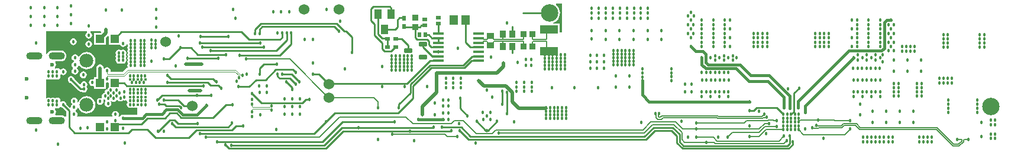
<source format=gbr>
%TF.GenerationSoftware,Altium Limited,Altium Designer,19.0.15 (446)*%
G04 Layer_Physical_Order=4*
G04 Layer_Color=6049555*
%FSLAX45Y45*%
%MOMM*%
%TF.FileFunction,Copper,L4,Bot,Signal*%
%TF.Part,Single*%
G01*
G75*
%TA.AperFunction,SMDPad,CuDef*%
%ADD12R,0.60000X0.75000*%
%ADD13R,0.64000X0.60000*%
%ADD14R,0.60000X0.64000*%
%ADD15R,0.75000X0.60000*%
%ADD17R,0.85000X0.95000*%
%ADD21R,0.90000X1.00000*%
%ADD34R,0.95000X0.85000*%
%ADD39R,1.20000X1.20000*%
%ADD64R,1.00000X0.90000*%
%TA.AperFunction,NonConductor*%
%ADD80C,0.25400*%
%ADD81C,0.20320*%
%ADD82C,0.38100*%
%ADD83C,0.50800*%
%ADD86C,0.10564*%
%ADD87C,0.23066*%
%ADD88C,0.12700*%
%ADD89C,0.16962*%
%TA.AperFunction,ComponentPad*%
%ADD91C,0.40000*%
G04:AMPARAMS|DCode=92|XSize=1mm|YSize=2.3mm|CornerRadius=0.5mm|HoleSize=0mm|Usage=FLASHONLY|Rotation=270.000|XOffset=0mm|YOffset=0mm|HoleType=Round|Shape=RoundedRectangle|*
%AMROUNDEDRECTD92*
21,1,1.00000,1.30000,0,0,270.0*
21,1,0.00000,2.30000,0,0,270.0*
1,1,1.00000,-0.65000,0.00000*
1,1,1.00000,-0.65000,0.00000*
1,1,1.00000,0.65000,0.00000*
1,1,1.00000,0.65000,0.00000*
%
%ADD92ROUNDEDRECTD92*%
%ADD93C,1.52400*%
%ADD94C,0.45720*%
%TA.AperFunction,ViaPad*%
%ADD95C,2.50000*%
%ADD96C,1.52400*%
%ADD97C,1.98000*%
%ADD98C,0.60000*%
%ADD99C,0.45720*%
%TA.AperFunction,SMDPad,CuDef*%
G04:AMPARAMS|DCode=101|XSize=1.57mm|YSize=0.41mm|CornerRadius=0.05125mm|HoleSize=0mm|Usage=FLASHONLY|Rotation=0.000|XOffset=0mm|YOffset=0mm|HoleType=Round|Shape=RoundedRectangle|*
%AMROUNDEDRECTD101*
21,1,1.57000,0.30750,0,0,0.0*
21,1,1.46750,0.41000,0,0,0.0*
1,1,0.10250,0.73375,-0.15375*
1,1,0.10250,-0.73375,-0.15375*
1,1,0.10250,-0.73375,0.15375*
1,1,0.10250,0.73375,0.15375*
%
%ADD101ROUNDEDRECTD101*%
G04:AMPARAMS|DCode=102|XSize=1.23mm|YSize=0.6mm|CornerRadius=0.075mm|HoleSize=0mm|Usage=FLASHONLY|Rotation=180.000|XOffset=0mm|YOffset=0mm|HoleType=Round|Shape=RoundedRectangle|*
%AMROUNDEDRECTD102*
21,1,1.23000,0.45000,0,0,180.0*
21,1,1.08000,0.60000,0,0,180.0*
1,1,0.15000,-0.54000,0.22500*
1,1,0.15000,0.54000,0.22500*
1,1,0.15000,0.54000,-0.22500*
1,1,0.15000,-0.54000,-0.22500*
%
%ADD102ROUNDEDRECTD102*%
%ADD103R,1.00000X1.40000*%
%ADD104R,1.15000X1.35000*%
%ADD105R,2.50000X1.15000*%
G36*
X8857662Y2733512D02*
X8826559D01*
Y2863826D01*
X8734439D01*
X8732555Y2876526D01*
X8736989Y2877871D01*
X8763117Y2891836D01*
X8786018Y2910631D01*
X8804813Y2933533D01*
X8818778Y2959661D01*
X8827378Y2988011D01*
X8830282Y3017495D01*
X8827378Y3046978D01*
X8818778Y3075329D01*
X8804813Y3101457D01*
X8786018Y3124358D01*
X8771071Y3136625D01*
X8775615Y3149325D01*
X8857662D01*
Y2733512D01*
D02*
G37*
G36*
X2263025Y2738581D02*
X2257505Y2731675D01*
X2161775D01*
Y2560875D01*
X2332575D01*
Y2658425D01*
X2359075Y2684926D01*
X2371775Y2679665D01*
Y2560875D01*
X2533410D01*
X2533695Y2559445D01*
X2544361Y2543481D01*
X2560325Y2532815D01*
X2579155Y2529069D01*
X2597985Y2532815D01*
X2613948Y2543481D01*
X2624615Y2559445D01*
X2626118Y2567002D01*
X2639067D01*
X2642015Y2552182D01*
X2646734Y2545120D01*
X2642015Y2538057D01*
X2638269Y2519227D01*
X2642015Y2500397D01*
X2646734Y2493334D01*
X2642015Y2486271D01*
X2638269Y2467441D01*
X2642015Y2448611D01*
X2646734Y2441549D01*
X2642015Y2434486D01*
X2638269Y2415656D01*
X2642015Y2396826D01*
X2646734Y2389763D01*
X2642015Y2382700D01*
X2638269Y2363870D01*
X2642015Y2345040D01*
X2646734Y2337978D01*
X2642015Y2330915D01*
X2638269Y2312085D01*
X2642015Y2293255D01*
X2646734Y2286192D01*
X2642015Y2279129D01*
X2638269Y2260299D01*
X2642015Y2241469D01*
X2643228Y2239654D01*
X2636347Y2227092D01*
X2629321Y2225694D01*
X2619172Y2218913D01*
X2569399Y2169140D01*
X2406032D01*
X2397975Y2178957D01*
X2399180Y2185015D01*
X2395434Y2203845D01*
X2384768Y2219808D01*
X2368805Y2230475D01*
X2349974Y2234220D01*
X2331144Y2230475D01*
X2315181Y2219808D01*
X2311100Y2213700D01*
X2298400Y2217553D01*
Y2222148D01*
X2298970Y2225015D01*
X2295027Y2244836D01*
X2283800Y2261639D01*
X2266996Y2272867D01*
X2247175Y2276810D01*
X2227354Y2272867D01*
X2210550Y2261639D01*
X2209980Y2261069D01*
X2198752Y2244266D01*
X2194809Y2224444D01*
Y2094175D01*
X2161775D01*
Y2073439D01*
X2149075Y2063867D01*
X2138655Y2065940D01*
X2119825Y2062195D01*
X2103861Y2051528D01*
X2093195Y2035565D01*
X2089449Y2016735D01*
X2093195Y1997905D01*
X2103861Y1981941D01*
X2119825Y1971275D01*
X2138655Y1967529D01*
X2149075Y1969602D01*
X2161775Y1960030D01*
Y1923375D01*
X2332575D01*
Y2011681D01*
X2342392Y2019738D01*
X2349974Y2018229D01*
X2359075Y2020040D01*
X2371775Y2009848D01*
Y1944604D01*
X2368339Y1942308D01*
X2357672Y1926345D01*
X2355901Y1917442D01*
X2342993Y1914875D01*
X2327029Y1904208D01*
X2316363Y1888245D01*
X2312617Y1869415D01*
X2312707Y1868962D01*
X2300904Y1866615D01*
X2284941Y1855948D01*
X2274275Y1839985D01*
X2270529Y1821155D01*
X2274275Y1802325D01*
X2276021Y1799712D01*
X2270824Y1792184D01*
X2267566Y1789505D01*
X2249975Y1793004D01*
X2231145Y1789259D01*
X2215181Y1778592D01*
X2204515Y1762629D01*
X2200769Y1743799D01*
X2204515Y1724969D01*
X2215181Y1709005D01*
X2231145Y1698339D01*
X2249975Y1694594D01*
X2268805Y1698339D01*
X2284768Y1709005D01*
X2295435Y1724969D01*
X2299180Y1743799D01*
X2295435Y1762629D01*
X2293689Y1765242D01*
X2298885Y1772769D01*
X2302143Y1775448D01*
X2315676Y1772756D01*
X2316363Y1769305D01*
X2327029Y1753341D01*
Y1750440D01*
X2316363Y1734477D01*
X2312617Y1715647D01*
X2316363Y1696817D01*
X2327029Y1680854D01*
X2342993Y1670187D01*
X2361823Y1666442D01*
X2380653Y1670187D01*
X2396616Y1680854D01*
X2407283Y1696817D01*
X2411028Y1715647D01*
X2407283Y1734477D01*
X2399940Y1745466D01*
X2409274Y1753341D01*
X2425237Y1742675D01*
X2444067Y1738929D01*
X2462897Y1742675D01*
X2478860Y1753341D01*
X2485962Y1763970D01*
X2500517Y1764895D01*
X2500655Y1764840D01*
X2505392Y1757751D01*
X2521355Y1747084D01*
X2540185Y1743339D01*
X2559015Y1747084D01*
X2574979Y1757751D01*
X2577277Y1761190D01*
X2579125Y1759955D01*
X2597955Y1756209D01*
X2616785Y1759955D01*
X2619829Y1761989D01*
X2631259Y1754351D01*
X2631249Y1754305D01*
X2634995Y1735475D01*
X2640658Y1727000D01*
X2634995Y1718525D01*
X2631249Y1699695D01*
X2634995Y1680865D01*
X2645661Y1664901D01*
X2661625Y1654235D01*
X2680455Y1650489D01*
X2699285Y1654235D01*
X2706390Y1658983D01*
X2714185Y1653775D01*
X2733015Y1650029D01*
X2751845Y1653775D01*
X2762070Y1660608D01*
X2770240Y1655149D01*
X2781275Y1652954D01*
Y1550856D01*
X2596573D01*
X2596365Y1550995D01*
X2577535Y1554741D01*
X2558705Y1550995D01*
X2542741Y1540329D01*
X2532075Y1524365D01*
X2531997Y1523975D01*
X2517756D01*
X2511769Y1535175D01*
X2514315Y1538984D01*
X2518060Y1557815D01*
X2514315Y1576645D01*
X2503648Y1592608D01*
X2487685Y1603274D01*
X2468855Y1607020D01*
X2450025Y1603274D01*
X2434061Y1592608D01*
X2423395Y1576645D01*
X2419649Y1557815D01*
X2423395Y1538984D01*
X2425940Y1535175D01*
X2419953Y1523975D01*
X1926450D01*
X1919662Y1536675D01*
X1922902Y1541525D01*
X1926648Y1560355D01*
X1922902Y1579185D01*
X1912236Y1595148D01*
X1899041Y1603965D01*
X1898239Y1606991D01*
X1898120Y1613996D01*
X1899041Y1618077D01*
X1911828Y1626621D01*
X1922495Y1642584D01*
X1924371Y1652019D01*
X1937579Y1653320D01*
X1946311Y1632238D01*
X1966251Y1606251D01*
X1992238Y1586311D01*
X2022500Y1573776D01*
X2054975Y1569501D01*
X2087449Y1573776D01*
X2117711Y1586311D01*
X2143698Y1606251D01*
X2163638Y1632238D01*
X2176173Y1662500D01*
X2180448Y1694975D01*
X2176173Y1727449D01*
X2163638Y1757711D01*
X2143698Y1783698D01*
X2117711Y1803638D01*
X2087449Y1816173D01*
X2054975Y1820448D01*
X2022500Y1816173D01*
X1992238Y1803638D01*
X1966251Y1783698D01*
X1946311Y1757711D01*
X1935784Y1732295D01*
X1923572Y1736000D01*
X1926240Y1749414D01*
X1922495Y1768244D01*
X1911828Y1784208D01*
X1895865Y1794874D01*
X1877035Y1798620D01*
X1858205Y1794874D01*
X1842241Y1784208D01*
X1831575Y1768244D01*
X1827829Y1749414D01*
X1831575Y1730584D01*
X1842241Y1714621D01*
X1846516Y1711764D01*
Y1699064D01*
X1842241Y1696208D01*
X1831575Y1680244D01*
X1828121Y1662883D01*
X1823023Y1659808D01*
X1815688Y1657356D01*
X1767837Y1705207D01*
X1765514Y1716882D01*
X1754848Y1732845D01*
X1738885Y1743512D01*
X1720054Y1747257D01*
X1701224Y1743512D01*
X1692204Y1737484D01*
X1680774Y1745121D01*
X1681831Y1750436D01*
X1678086Y1769266D01*
X1667419Y1785229D01*
X1651456Y1795896D01*
X1632626Y1799641D01*
X1613796Y1795896D01*
X1603792Y1789212D01*
X1592050Y1797058D01*
X1573220Y1800803D01*
X1554390Y1797058D01*
X1542946Y1789411D01*
X1531503Y1797058D01*
X1512673Y1800803D01*
X1493843Y1797058D01*
X1488415Y1793431D01*
X1475715Y1800219D01*
Y2059336D01*
X1488415Y2066125D01*
X1494985Y2061735D01*
X1513815Y2057990D01*
X1532645Y2061735D01*
X1543517Y2069000D01*
X1554390Y2061735D01*
X1573220Y2057990D01*
X1592050Y2061735D01*
X1602923Y2069000D01*
X1613796Y2061735D01*
X1632626Y2057990D01*
X1651456Y2061735D01*
X1667419Y2072401D01*
X1678086Y2088365D01*
X1681831Y2107195D01*
X1678371Y2124588D01*
X1681497Y2128269D01*
X1688664Y2132985D01*
X1701224Y2124592D01*
X1720054Y2120847D01*
X1738885Y2124592D01*
X1754848Y2135259D01*
X1765514Y2151222D01*
X1769260Y2170052D01*
X1765514Y2188882D01*
X1754848Y2204845D01*
X1738885Y2215512D01*
X1720054Y2219257D01*
X1701224Y2215512D01*
X1685409Y2204944D01*
X1682403Y2203079D01*
X1671381D01*
X1667419Y2209008D01*
X1651456Y2219675D01*
X1632626Y2223420D01*
X1613796Y2219675D01*
X1608865Y2216380D01*
X1601180Y2220405D01*
X1600024Y2233780D01*
X1600252Y2234494D01*
X1612240Y2252436D01*
X1616540Y2274052D01*
X1612240Y2295668D01*
X1602463Y2310301D01*
X1607634Y2323001D01*
X1690055D01*
X1709738Y2325593D01*
X1728080Y2333190D01*
X1743831Y2345276D01*
X1755916Y2361027D01*
X1763514Y2379369D01*
X1766105Y2399052D01*
X1763514Y2418736D01*
X1755916Y2437077D01*
X1743831Y2452828D01*
X1728080Y2464914D01*
X1709738Y2472511D01*
X1690055Y2475103D01*
X1560055D01*
X1540371Y2472511D01*
X1522029Y2464914D01*
X1506279Y2452828D01*
X1494193Y2437077D01*
X1488415Y2423128D01*
X1475715Y2425654D01*
Y2750795D01*
X2056885D01*
X2060738Y2738095D01*
X2050521Y2731268D01*
X2039855Y2715305D01*
X2036109Y2696475D01*
X2039855Y2677645D01*
X2050521Y2661681D01*
X2066485Y2651015D01*
X2085315Y2647269D01*
X2104145Y2651015D01*
X2120108Y2661681D01*
X2130775Y2677645D01*
X2134520Y2696475D01*
X2130775Y2715305D01*
X2120108Y2731268D01*
X2109892Y2738095D01*
X2113744Y2750795D01*
X2257628D01*
X2263025Y2738581D01*
D02*
G37*
G36*
X1685286Y1663242D02*
X1701224Y1652592D01*
X1712900Y1650270D01*
X1763988Y1599181D01*
Y1523975D01*
X1742336D01*
X1728080Y1534914D01*
X1709738Y1542511D01*
X1690055Y1545103D01*
X1607634D01*
X1602463Y1557803D01*
X1612240Y1572436D01*
X1616540Y1594052D01*
X1612240Y1615668D01*
X1599996Y1633993D01*
X1599898Y1634058D01*
X1600486Y1647930D01*
X1608532Y1652212D01*
X1613796Y1648695D01*
X1632626Y1644949D01*
X1651456Y1648695D01*
X1667419Y1659361D01*
X1671292Y1665157D01*
X1682383D01*
X1685286Y1663242D01*
D02*
G37*
%LPC*%
G36*
X1865835Y2653009D02*
X1847005Y2649263D01*
X1831041Y2638597D01*
X1820375Y2622634D01*
X1816629Y2603804D01*
X1820375Y2584973D01*
X1831041Y2569010D01*
X1847005Y2558344D01*
X1865835Y2554598D01*
X1884665Y2558344D01*
X1900628Y2569010D01*
X1911295Y2584973D01*
X1915040Y2603804D01*
X1911295Y2622634D01*
X1900628Y2638597D01*
X1884665Y2649263D01*
X1865835Y2653009D01*
D02*
G37*
G36*
X2085315Y2617700D02*
X2066485Y2613955D01*
X2050521Y2603288D01*
X2039855Y2587325D01*
X2036109Y2568495D01*
X2039855Y2549665D01*
X2050521Y2533701D01*
X2066485Y2523035D01*
X2085315Y2519289D01*
X2104145Y2523035D01*
X2120108Y2533701D01*
X2130775Y2549665D01*
X2134520Y2568495D01*
X2130775Y2587325D01*
X2120108Y2603288D01*
X2104145Y2613955D01*
X2085315Y2617700D01*
D02*
G37*
G36*
X2054975Y2455448D02*
X2022500Y2451173D01*
X1992238Y2438638D01*
X1966251Y2418698D01*
X1947794Y2394643D01*
X1941475Y2393761D01*
X1940996Y2393773D01*
X1933615Y2395248D01*
X1924528Y2408848D01*
X1908565Y2419514D01*
X1889735Y2423260D01*
X1870905Y2419514D01*
X1854941Y2408848D01*
X1844275Y2392884D01*
X1840529Y2374054D01*
X1844275Y2355224D01*
X1854941Y2339261D01*
X1870905Y2328595D01*
X1873274Y2328123D01*
Y2315174D01*
X1871190Y2314760D01*
X1855226Y2304093D01*
X1844560Y2288130D01*
X1840814Y2269300D01*
X1844560Y2250470D01*
X1855226Y2234506D01*
X1859572Y2231603D01*
Y2218902D01*
X1854941Y2215808D01*
X1844275Y2199845D01*
X1840529Y2181015D01*
X1844275Y2162185D01*
X1854941Y2146221D01*
X1870905Y2135555D01*
X1889735Y2131809D01*
X1908565Y2135555D01*
X1924528Y2146221D01*
X1935195Y2162185D01*
X1938940Y2181015D01*
X1935195Y2199845D01*
X1924528Y2215808D01*
X1920182Y2218712D01*
Y2231412D01*
X1924813Y2234506D01*
X1935479Y2250470D01*
X1937063Y2258429D01*
X1950641Y2261595D01*
X1966251Y2241251D01*
X1992238Y2221311D01*
X2022500Y2208776D01*
X2054975Y2204501D01*
X2087449Y2208776D01*
X2117711Y2221311D01*
X2143698Y2241251D01*
X2163638Y2267238D01*
X2176173Y2297500D01*
X2180448Y2329975D01*
X2176173Y2362449D01*
X2163638Y2392711D01*
X2143698Y2418698D01*
X2117711Y2438638D01*
X2087449Y2451173D01*
X2054975Y2455448D01*
D02*
G37*
G36*
X2517294Y2490445D02*
X2498464Y2486699D01*
X2482501Y2476033D01*
X2471835Y2460069D01*
X2468089Y2441239D01*
X2471835Y2422409D01*
X2476554Y2415346D01*
X2471835Y2408284D01*
X2468089Y2389454D01*
X2471835Y2370624D01*
X2476554Y2363561D01*
X2471835Y2356498D01*
X2468089Y2337668D01*
X2471835Y2318838D01*
X2482501Y2302875D01*
X2498464Y2292208D01*
X2517294Y2288463D01*
X2536124Y2292208D01*
X2546172Y2298921D01*
X2556705Y2291884D01*
X2575535Y2288138D01*
X2594365Y2291884D01*
X2610328Y2302550D01*
X2620995Y2318514D01*
X2624740Y2337344D01*
X2620995Y2356174D01*
X2616275Y2363236D01*
X2620995Y2370299D01*
X2624740Y2389129D01*
X2620995Y2407959D01*
X2616275Y2415022D01*
X2620995Y2422085D01*
X2624740Y2440915D01*
X2620995Y2459745D01*
X2610328Y2475708D01*
X2594365Y2486375D01*
X2575535Y2490120D01*
X2556705Y2486375D01*
X2546657Y2479661D01*
X2536124Y2486699D01*
X2517294Y2490445D01*
D02*
G37*
G36*
X2007614Y2175640D02*
X1988784Y2171895D01*
X1972821Y2161228D01*
X1962155Y2145265D01*
X1958409Y2126435D01*
X1962155Y2107605D01*
X1972821Y2091641D01*
X1988784Y2080975D01*
X2007614Y2077229D01*
X2026445Y2080975D01*
X2042408Y2091641D01*
X2053074Y2107605D01*
X2056820Y2126435D01*
X2053074Y2145265D01*
X2042408Y2161228D01*
X2026445Y2171895D01*
X2007614Y2175640D01*
D02*
G37*
G36*
X1835131Y2107419D02*
X1816301Y2103673D01*
X1800337Y2093007D01*
X1789671Y2077043D01*
X1785925Y2058213D01*
X1789671Y2039383D01*
X1800337Y2023420D01*
X1816301Y2012753D01*
X1827976Y2010431D01*
X1943121Y1895286D01*
X1955724Y1886865D01*
X1970589Y1883908D01*
X1990547D01*
X2000445Y1877295D01*
X2019275Y1873549D01*
X2038105Y1877295D01*
X2054068Y1887961D01*
X2064735Y1903925D01*
X2068480Y1922755D01*
X2064735Y1941585D01*
X2056041Y1954596D01*
X2064735Y1967606D01*
X2068480Y1986436D01*
X2064735Y2005267D01*
X2054068Y2021230D01*
X2038105Y2031896D01*
X2019275Y2035642D01*
X2000445Y2031896D01*
X1984481Y2021230D01*
X1973815Y2005267D01*
X1971685Y1994557D01*
X1957904Y1990377D01*
X1882913Y2065368D01*
X1880591Y2077043D01*
X1869924Y2093007D01*
X1853961Y2103673D01*
X1835131Y2107419D01*
D02*
G37*
%LPD*%
D12*
X6596351Y2938795D02*
D03*
Y2823795D02*
D03*
D13*
X7089580Y2951287D02*
D03*
Y2863287D02*
D03*
X6896076Y2925287D02*
D03*
Y2837287D02*
D03*
D14*
X6819055Y2701834D02*
D03*
X6907055D02*
D03*
D15*
X6478587Y2525138D02*
D03*
X6363587D02*
D03*
Y2643720D02*
D03*
X6478587D02*
D03*
D17*
X8439354Y2710743D02*
D03*
X8309354D02*
D03*
X8439354Y2534723D02*
D03*
X8309354D02*
D03*
D21*
X8144675Y2710743D02*
D03*
X8009675D02*
D03*
Y2534723D02*
D03*
X8144675D02*
D03*
D34*
X6758916Y2816295D02*
D03*
Y2946295D02*
D03*
D39*
X2457175Y2646275D02*
D03*
X2247175D02*
D03*
Y2008775D02*
D03*
X2457175D02*
D03*
Y1373775D02*
D03*
X2247175D02*
D03*
D64*
X7835875Y2689343D02*
D03*
Y2554343D02*
D03*
D80*
X5000935Y1914154D02*
Y1945934D01*
X4917115Y2029754D02*
X5000935Y1945934D01*
X4790115Y2105954D02*
Y2135532D01*
Y2105954D02*
X4818055Y2078014D01*
X4962035D01*
X5050935Y1989114D01*
X4463954Y2724210D02*
Y2782474D01*
X4549115Y2867635D01*
X5853881Y2449215D02*
Y2672468D01*
X4983954Y2570954D02*
Y2726110D01*
X2457175Y2008775D02*
X2591114D01*
X4822759Y2633955D02*
X4853954Y2665150D01*
X4081755Y1374115D02*
X4137635Y1429995D01*
X2457175Y2646275D02*
X2554280Y2743380D01*
X7399755Y1642435D02*
Y1787799D01*
Y1642435D02*
X7502975Y1539215D01*
X12137475Y1557475D02*
X12176735Y1596735D01*
Y1861365D02*
X12251521Y1936151D01*
X3162975Y2357095D02*
X3239395D01*
X3395955Y2513655D01*
X3551787D01*
X3629635Y1333475D02*
X4137475D01*
X4194855Y1390855D01*
X4297655D01*
X5770283Y2756066D02*
X5853881Y2672468D01*
X5747467Y2756066D02*
X5770283D01*
X5635898Y2867635D02*
X5747467Y2756066D01*
X4549115Y2867635D02*
X5635898D01*
X4528955Y2778895D02*
X4569435Y2819375D01*
X5603215D01*
X5664175Y2758415D01*
X3832835Y2471395D02*
X3835375Y2473935D01*
X4767555D02*
X4918955Y2625335D01*
X3835375Y2473935D02*
X4767555D01*
X4053635Y1699235D02*
X4140175D01*
X3516135Y1219975D02*
X3629635Y1333475D01*
X2457175Y1373775D02*
X2503235Y1419835D01*
X2841511D01*
X3326455Y1374115D02*
X4081755D01*
X3275655Y1424915D02*
X3326455Y1374115D01*
X3046586Y1219975D02*
X3516135D01*
X2652355Y1288375D02*
X2704455Y1340475D01*
X2926087D01*
X3046586Y1219975D01*
X3309595Y1478255D02*
X3362935Y1424915D01*
X3639795D01*
X3865894Y1511494D02*
X4053635Y1699235D01*
X1802834Y1370683D02*
X1885143Y1288375D01*
X2652355D01*
X3410584Y1511494D02*
X3865894D01*
X3729555Y1969335D02*
X3731235Y1971015D01*
X2591114Y2008775D02*
X2630555Y1969335D01*
Y1966795D02*
X3729555D01*
X11539975Y1611134D02*
X11599178D01*
X11641558Y1653515D01*
X11931435D01*
X12027475Y1557475D01*
X12176735Y1596735D02*
Y1861365D01*
X4244315Y2410435D02*
X4823435D01*
X4983954Y2570954D01*
X3243995Y1478255D02*
X3309595D01*
X4853954Y2136110D02*
X4988539D01*
X5100055Y2024594D01*
X4853954Y2665150D02*
Y2726110D01*
X4918955Y2625335D02*
Y2726110D01*
X8006055Y1704315D02*
Y1888555D01*
X7638475Y1454975D02*
X7768021Y1325428D01*
X7796928D02*
X7926475Y1454975D01*
X7768021Y1325428D02*
X7782535D01*
X7796928D01*
X6871516Y2571475D02*
X6895516D01*
X6871516Y2523893D02*
Y2547475D01*
Y2523893D02*
X7001503Y2393906D01*
X7089580D01*
X6871516Y2547475D02*
X6895516Y2571475D01*
X6758916Y2816295D02*
X6825955D01*
X6846947Y2837287D01*
X6896076D01*
X7660716Y2526770D02*
X7663580Y2523906D01*
X7546980Y2526770D02*
X7660716D01*
X7482775Y2590974D02*
Y2918435D01*
Y2590974D02*
X7546980Y2526770D01*
X7113679Y2718906D02*
X7121479Y2726706D01*
X7089580Y2718906D02*
X7113679D01*
X7089580D02*
Y2863287D01*
X7089567Y2523893D02*
X7089580Y2523906D01*
X6932063Y2633955D02*
X6958416Y2607602D01*
X6753916Y2816295D02*
X6758916D01*
X6596351D02*
X6753916D01*
X6907055Y2699833D02*
Y2701834D01*
X6958416Y2556769D02*
Y2607602D01*
Y2556769D02*
X6991292Y2523893D01*
X7089567D01*
X6785934Y2633955D02*
X6932063D01*
X6758916Y2660973D02*
X6785934Y2633955D01*
X6758916Y2660973D02*
Y2816295D01*
X8144675Y2710743D02*
Y2820227D01*
Y2443895D02*
Y2534723D01*
X8006055Y1888555D02*
X8007475Y1889975D01*
X8072795Y1569035D02*
Y1874495D01*
X8303095Y3017495D02*
X8679155D01*
X6659516Y2476475D02*
Y2550473D01*
X6478587Y2650256D02*
X6485128Y2643715D01*
X6494888Y2633955D01*
X6471094Y2643715D02*
X6485128D01*
X6363587Y2525138D02*
Y2643720D01*
X6485128Y2643715D02*
X6566275D01*
X6659516Y2550473D01*
X6471087Y2525138D02*
X6478587D01*
X6317975Y2777175D02*
Y2797174D01*
X6532775Y2946295D02*
X6596351D01*
X6504915Y2918435D02*
X6532775Y2946295D01*
X6337975Y2777175D02*
X6470624D01*
X6504915Y2811465D01*
Y2918435D01*
X6317975Y2797174D02*
X6337975Y2777175D01*
X6222975Y2716253D02*
Y2997175D01*
X6123915Y2910815D02*
X6177255Y2857475D01*
Y2699095D02*
Y2857475D01*
X6123915Y2910815D02*
Y3072146D01*
X6161744Y3109975D01*
X6391746D01*
X6412975Y3088746D01*
Y2997175D02*
Y3088746D01*
X6315566Y2469738D02*
X6415687D01*
X6471087Y2525138D01*
X6289015Y2496289D02*
X6315566Y2469738D01*
X6289015Y2496289D02*
Y2587335D01*
X6177255Y2699095D02*
X6289015Y2587335D01*
X6356066Y2651241D02*
X6363587Y2643720D01*
X6287987Y2651241D02*
X6356066D01*
X6222975Y2716253D02*
X6287987Y2651241D01*
X6952116Y2699833D02*
X6998043Y2653906D01*
X7081780Y2661706D02*
X7089580Y2653906D01*
Y2588906D02*
Y2653906D01*
X6998043D02*
X7089580D01*
X6907055Y2699833D02*
X6952116D01*
X4528955Y2724210D02*
Y2778895D01*
X2841511Y1419835D02*
X2927212Y1505535D01*
X3176606D01*
X3248085Y1577015D01*
X3345063D01*
X3410584Y1511494D01*
X4223995Y1958234D02*
X4381394D01*
X4422475Y1859255D02*
X4557575Y1724155D01*
X5144265D01*
X5194264Y1774154D01*
X5240935D01*
X3075385Y1309645D02*
X3243995Y1478255D01*
X1720054Y1698052D02*
X1802834Y1615272D01*
Y1370683D02*
Y1615272D01*
X1970589Y1922755D02*
X2019275D01*
X1835131Y2058213D02*
X1970589Y1922755D01*
X4528955Y2136110D02*
Y2223410D01*
X4589775Y2284231D01*
X4777715D01*
X4381394Y1958234D02*
X4479169Y2056009D01*
X4613789D01*
X4759935Y2202155D01*
X5010438D01*
X5048955Y2163638D01*
X3647387Y2418055D02*
X4051275D01*
X3551787Y2513655D02*
X3647387Y2418055D01*
X2554280Y2743380D02*
X4270055D01*
X4379480Y2633955D01*
X4822759D01*
D81*
X10779975Y1227475D02*
X11027475D01*
X11079975Y1174975D01*
X11032793Y1158215D02*
X11050573Y1140435D01*
X11231926Y1227475D02*
X11299075Y1294623D01*
X3761713Y1229334D02*
X5390715D01*
X7320837Y1470635D02*
X7447238D01*
X6721594Y1422375D02*
X7272577D01*
X7320837Y1470635D01*
X5390715Y1229334D02*
X5678437Y1517055D01*
X6626914D01*
X6721594Y1422375D01*
X11050573Y1140435D02*
X12037935D01*
X11079975Y1174975D02*
X11968114D01*
X11681615Y1347475D02*
X11761595Y1427455D01*
X11808435D01*
X12037935Y1140435D02*
X12077475Y1179975D01*
X10921975Y1158215D02*
X11032793D01*
X11968114Y1174975D02*
X12038115Y1244975D01*
X12275134Y1477635D02*
X12526475D01*
X12244975Y1447475D02*
X12275134Y1477635D01*
X12526475D02*
X12750818D01*
X12760978Y1467475D01*
X10782475Y1432475D02*
X11468634D01*
X11503635Y1467475D01*
X11807277Y1473175D02*
X11887845D01*
X11893544Y1467475D01*
X11934975D01*
X11503635D02*
X11801577D01*
X11807277Y1473175D01*
X11880115Y1386875D02*
X11934975D01*
X11874975Y1381735D02*
X11880115Y1386875D01*
X11766734Y1381735D02*
X11874975D01*
X11299075Y1294623D02*
X11679623D01*
X11766734Y1381735D01*
X11539975Y1237779D02*
X11679843D01*
X11779539Y1337475D01*
X12027475D01*
X7447238Y1470635D02*
X7632359Y1285513D01*
X12247475Y1337475D02*
X12317369Y1267581D01*
X12908150D01*
X12984953Y1344386D01*
X12760978Y1467475D02*
X12987476D01*
X3761713Y1229334D02*
X3761714Y1229335D01*
X10779975Y1347475D02*
X11681615D01*
X4335755Y2356175D02*
X4961852D01*
X10588930Y1347475D02*
X10779975D01*
X10613039Y1158215D02*
X10921975D01*
X10576535Y1194719D02*
X10613039Y1158215D01*
X10576535Y1194719D02*
Y1295375D01*
X7632359Y1285513D02*
X7858341D01*
X7906995Y1334167D01*
X7952715Y1291315D02*
X10033995D01*
X7906995Y1334167D02*
X10018175D01*
X6228055Y1649975D02*
Y1735893D01*
X7218739Y1238610D02*
X7365975D01*
X7186031Y1271319D02*
X7218739Y1238610D01*
X6428295Y1271319D02*
X7186031D01*
X4961852Y2356175D02*
X5519118Y1798909D01*
X6165039D01*
X6228055Y1735893D01*
X10033995Y1291315D02*
X10152355Y1409675D01*
X10462235D01*
X10576535Y1295375D01*
X10018175Y1334167D02*
X10132043Y1448035D01*
X10488370D01*
X10588930Y1347475D01*
D82*
X11532475Y2032475D02*
X11807474D01*
X10861475Y2271961D02*
Y2369975D01*
X11407429Y2269975D02*
X11561434Y2115969D01*
X10704975Y2531975D02*
X10771975Y2464974D01*
X12339975Y1587475D02*
Y1680838D01*
X10919435Y2303692D02*
X10953152Y2269975D01*
X11407429D01*
X10771975Y2464974D02*
X10877919D01*
X10919435Y2423459D01*
Y2303692D02*
Y2423459D01*
X13434795Y2471395D02*
X13472134Y2508734D01*
X10861475Y2271961D02*
X10916222Y2217214D01*
X11347735D01*
X11532475Y2032475D01*
X11561434Y2115969D02*
X11822720D01*
X12117475Y1821215D01*
Y1642474D02*
Y1821215D01*
X10105375Y1741134D02*
X11539975D01*
X10007575Y1838935D02*
X10105375Y1741134D01*
X10007575Y1838935D02*
Y2039735D01*
X2577535Y1505535D02*
X2852655D01*
X6798218Y1485484D02*
X7155242D01*
X7158173Y1488415D01*
X7160235D01*
X12339975Y1680838D02*
X13029974Y2370838D01*
X12237695Y1650395D02*
X12238115Y1649975D01*
Y1650815D02*
Y1742835D01*
X12966675Y2471395D01*
X13434795D01*
X12237695Y1650395D02*
X12238115Y1650815D01*
X3638744Y1555944D02*
X3774415Y1691615D01*
X3428995Y1555944D02*
X3638744D01*
X11807474Y2032475D02*
X12037475Y1802474D01*
Y1649975D02*
Y1802474D01*
X13472134Y2508734D02*
Y2880335D01*
X13504639Y2912838D01*
X13565974D01*
X2852655Y1505535D02*
X2907534Y1560414D01*
X3131719D01*
X3359936Y1625003D02*
X3428995Y1555944D01*
X3131719Y1560414D02*
X3196307Y1625003D01*
X3359936D01*
D83*
X2247175Y2646275D02*
X2330636Y2729736D01*
Y2779831D01*
X3477235Y2283100D02*
Y2283435D01*
X3702553D01*
X2246605Y2009345D02*
X2247175Y2008775D01*
X2246605Y2224444D02*
X2247175Y2225015D01*
X2246605Y2009345D02*
Y2224444D01*
X8244429Y1642536D02*
X8631074D01*
X3528035Y1902435D02*
X3686631D01*
X8147025Y1739940D02*
X8244429Y1642536D01*
X6863055Y1551915D02*
Y1669554D01*
X7063715Y1870214D02*
Y2151355D01*
X6863055Y1669554D02*
X7063715Y1870214D01*
X8147025Y1739940D02*
Y1875518D01*
X8053111Y1969432D02*
X8147025Y1875518D01*
X7740777Y1969432D02*
X8053111D01*
X7664975Y2045234D02*
X7740777Y1969432D01*
X8018642Y2243179D02*
Y2297337D01*
X7063715Y2151355D02*
X7926817D01*
X8018642Y2243179D01*
D86*
X4422475Y1594175D02*
Y1631355D01*
X4428663Y1637543D01*
X4697866Y1617955D02*
X4701515D01*
X4422475Y1666995D02*
Y1704175D01*
X4697866Y1681455D02*
X4701515D01*
X4677748Y1661337D02*
X4697866Y1681455D01*
X4422475Y1666995D02*
X4428133Y1661337D01*
X4677748D01*
X4428663Y1637543D02*
X4678278D01*
X4697866Y1617955D01*
X2349974Y2067435D02*
Y2108405D01*
X2356163Y2114593D01*
X2591993D01*
X2650928Y2173529D01*
X4232705Y2091845D02*
Y2117475D01*
X2650928Y2173529D02*
X4176651D01*
X4232705Y2117475D01*
X4236695Y2087855D02*
X4238023Y2089183D01*
X4232705Y2091845D02*
X4236695Y2087855D01*
X2349974Y2144045D02*
X2356163Y2137857D01*
X2582357D01*
X2349974Y2144045D02*
Y2185015D01*
X4255674Y2127405D02*
X4281304D01*
X4285294Y2123415D01*
X2582357Y2137857D02*
X2641292Y2196792D01*
X4186287D02*
X4255674Y2127405D01*
X2641292Y2196792D02*
X4186287D01*
D87*
X3680435Y2581195D02*
X3681667Y2582427D01*
X4540262D01*
X4541495Y2583660D01*
X3713455Y2527275D02*
X3714725Y2526005D01*
X4593565D01*
X4594835Y2524735D01*
X3634715Y1834154D02*
X3842519D01*
X5716295Y1450315D02*
X6463975D01*
X5948655Y1368655D02*
X5950115Y1370115D01*
X7021615D01*
X7023075Y1371575D01*
X12082964Y1102544D02*
X12117475Y1137055D01*
X10540975Y1159719D02*
X10598150Y1102544D01*
X12082964Y1102544D01*
X10502875Y1145515D02*
X10582504Y1065886D01*
X12099404D02*
X12157475Y1123956D01*
X3677895Y1285215D02*
X5311555D01*
X5478755Y1452414D01*
X7139915Y1371575D02*
X7417935D01*
X3541356Y1681053D02*
X3568675Y1681455D01*
X3828954Y1976095D02*
X3939515D01*
X3863414Y2067435D02*
X3906495Y2024355D01*
X3786942Y2018107D02*
X3828954Y1976095D01*
X3210825Y2120875D02*
X3264264Y2067435D01*
X3863414D01*
X3209622Y2016735D02*
X3210995Y2018107D01*
X3786942D01*
X4041115Y1117575D02*
X4090807Y1067882D01*
X4124935Y1114975D02*
X5455715D01*
X5709395Y1368655D01*
X5948655D01*
X10582504Y1065886D02*
X12099404D01*
X7259164Y1313155D02*
X7264990Y1318980D01*
X7269629D01*
X6682715Y1313155D02*
X7259164D01*
X12157475Y1123956D02*
Y1164413D01*
X12117475Y1137055D02*
Y1244975D01*
X3919195Y1160755D02*
X5426735D01*
X5716295Y1450315D01*
X7390455Y1323315D02*
X7517455Y1196315D01*
X10058647Y1196315D01*
X7417935Y1371575D02*
X7549867Y1239643D01*
X10038073D01*
X6525235Y1649755D02*
Y1700881D01*
X5478755Y1452414D02*
X5604684Y1578344D01*
X6525235Y1700881D02*
X6692669Y1868316D01*
X5604684Y1578344D02*
X6513264D01*
X6728435Y1793515D01*
X3134216Y1834154D02*
X3634715D01*
X3065336Y1765275D02*
X3134216Y1834154D01*
X6642766Y1997865D02*
X6973807Y2328906D01*
X7089580D01*
X6692669Y1868316D02*
Y1990529D01*
X6967795Y2265655D01*
X6728435Y1793515D02*
Y1965935D01*
X6992389Y2229889D01*
X10502875Y1145515D02*
Y1245894D01*
X10540975Y1159719D02*
Y1270381D01*
X3939515Y1976095D02*
X3980155Y1935455D01*
X3906495Y2024355D02*
X3914115D01*
X3447716Y1681053D02*
X3541356D01*
X3402524Y1653515D02*
X3408655D01*
X3380023Y1676016D02*
X3402524Y1653515D01*
X3095693Y1703873D02*
X3167428D01*
X3195286Y1676016D01*
X3380023D01*
X3363494Y1765275D02*
X3447716Y1681053D01*
X3159075Y1765275D02*
X3363494D01*
X4090807Y1067882D02*
X5478004D01*
X5723277Y1313155D01*
X6682715D01*
X7559800Y2328906D02*
X7663580D01*
X6992389Y2229889D02*
X7460784D01*
X7559800Y2328906D01*
X7570386Y2393906D02*
X7663580D01*
X6967795Y2265655D02*
X7442135D01*
X7570386Y2393906D01*
X5524475Y1993875D02*
X5528465Y1997865D01*
X6642766D01*
X5297495Y2135532D02*
X5382818D01*
X5524475Y1993875D01*
X3502505Y2364145D02*
X3934565D01*
X3936975Y2361735D01*
X3685515Y2679675D02*
X3685582Y2679607D01*
X4083907D01*
X4083974Y2679540D01*
X10058647Y1196315D02*
X10188587Y1326255D01*
X10422514D01*
X10502875Y1245894D01*
X10038073Y1239643D02*
X10167465Y1369035D01*
X10442321D01*
X10540975Y1270381D01*
D88*
X14216354Y1339205D02*
X14455765Y1099795D01*
X12867905Y1364605D02*
X12899734Y1396435D01*
X13119885Y1339205D02*
X14216354D01*
X12899734Y1396435D02*
X13062656D01*
X13119885Y1339205D01*
X14226875Y1364605D02*
X14466286Y1125195D01*
X13073177Y1421835D02*
X13130406Y1364605D01*
X12857384Y1390005D02*
X12889214Y1421835D01*
X13073177D01*
X13130406Y1364605D02*
X14226875D01*
X14542216Y1099795D02*
X14606415Y1163994D01*
Y1185035D01*
X14613853Y1192475D01*
X14673715D01*
X14673715Y1192475D01*
X14531696Y1125195D02*
X14581015Y1174515D01*
Y1185035D01*
X14573575Y1192475D02*
X14581015Y1185035D01*
X14513715Y1192475D02*
X14573575D01*
X14466286Y1125195D02*
X14531696D01*
X14455765Y1099795D02*
X14542216D01*
X12536069Y1364605D02*
X12867905D01*
X12484740Y1390005D02*
X12857384D01*
X12527799Y1356335D02*
X12536069Y1364605D01*
X12445959Y1356335D02*
X12527799D01*
X12438652Y1363642D02*
X12445959Y1356335D01*
D89*
X8439354Y2746303D02*
X8439355Y2746303D01*
X8641536Y2648193D02*
Y2746303D01*
X8676159Y2780926D01*
X8641536Y2500549D02*
X8676159Y2465926D01*
X8439355Y2534723D02*
Y2597966D01*
X8631600Y2638257D02*
X8641536Y2648193D01*
Y2500549D02*
Y2598659D01*
X8631600Y2608595D02*
X8641536Y2598659D01*
X8449984Y2608595D02*
X8631600D01*
X7830875Y2554343D02*
X7835875D01*
X7794356Y2590862D02*
X7830875Y2554343D01*
X7835875D02*
X7840875D01*
X7877394Y2590862D01*
X7663580Y2588906D02*
X7721580D01*
X7739249Y2606575D01*
X7794356Y2590862D02*
Y2596639D01*
X7739249Y2606575D02*
X7784419D01*
X7794356Y2596639D01*
X8309354Y2499163D02*
Y2597966D01*
X7877394Y2590862D02*
Y2597076D01*
X8299418Y2607902D02*
X8309354Y2597966D01*
X7721580Y2653906D02*
X7739248Y2636237D01*
X7783982D01*
X7794356Y2646610D01*
Y2652824D01*
X7663580Y2653906D02*
X7721580D01*
X7794356Y2652824D02*
X7830875Y2689343D01*
X7835875D01*
X7840875D01*
X7877394Y2652824D01*
X8299418Y2637564D02*
X8309354Y2647500D01*
X7877394Y2646610D02*
Y2652824D01*
X8309354Y2647500D02*
Y2746303D01*
X7877394Y2646610D02*
X7886440Y2637564D01*
X7877394Y2597076D02*
X7888220Y2607902D01*
X8009675Y2639024D02*
Y2746303D01*
Y2639024D02*
X8011135Y2637564D01*
X7886440D02*
X8011135D01*
X8299418D01*
X8009675Y2499163D02*
Y2607902D01*
X7888220D02*
X8009675D01*
X8299418D01*
X8439355Y2647500D02*
X8448598Y2638257D01*
X8631600D01*
X8439355Y2647500D02*
Y2746303D01*
Y2597966D02*
X8449984Y2608595D01*
X10229186Y1485484D02*
X10284139D01*
X11087617Y1498816D02*
X11731244D01*
X10206104Y1508567D02*
X10229186Y1485484D01*
X10284139D02*
X10307633Y1508979D01*
X11077454D02*
X11087617Y1498816D01*
X11731244D02*
X11745820Y1513392D01*
X10307633Y1508979D02*
X11077454D01*
X11745820Y1513392D02*
X11786490D01*
X10206104Y1508567D02*
Y1556586D01*
X11786490Y1513392D02*
X11791992Y1518894D01*
X10235766Y1525654D02*
Y1559126D01*
X10291861Y1538641D02*
X11089741D01*
X11099904Y1528478D02*
X11718958D01*
X11752555Y1562075D01*
X11089741Y1538641D02*
X11099904Y1528478D01*
X10192995Y1569695D02*
X10206104Y1556586D01*
X10235766Y1559126D02*
X10246335Y1569695D01*
X10235766Y1525654D02*
X10246273Y1515147D01*
X10268367D01*
X10291861Y1538641D01*
D91*
X2787955Y1808915D02*
D03*
X2680455D02*
D03*
X2895454D02*
D03*
X2787955Y1697915D02*
D03*
Y1919915D02*
D03*
Y2061414D02*
D03*
X2680455D02*
D03*
X2895454D02*
D03*
D92*
X1310055Y1469052D02*
D03*
X1625055D02*
D03*
X1310055Y2399052D02*
D03*
X1625055D02*
D03*
D93*
X5166335Y3068295D02*
D03*
X5669238D02*
D03*
D94*
X12244975Y1447475D02*
D03*
X12137475Y1337475D02*
D03*
Y1557475D02*
D03*
X12027475Y1447475D02*
D03*
X12247475Y1337475D02*
D03*
X12027475D02*
D03*
X12247475Y1557475D02*
D03*
X12027475D02*
D03*
D95*
X15001215Y1668755D02*
D03*
X8679155Y3017495D02*
D03*
D96*
X3568675Y1681455D02*
D03*
X3190215Y2603804D02*
D03*
X5524475Y1993875D02*
D03*
Y1798909D02*
D03*
D97*
X2054975Y2329975D02*
D03*
Y1694975D02*
D03*
D98*
X1560055Y1594052D02*
D03*
Y2274052D02*
D03*
X1195055Y2069052D02*
D03*
Y1799052D02*
D03*
D99*
X5110935Y1564154D02*
D03*
X5000935D02*
D03*
X4890935D02*
D03*
X5110935Y1674154D02*
D03*
X5000935D02*
D03*
X4890935D02*
D03*
X5110935Y1784154D02*
D03*
X5000935D02*
D03*
X4890935D02*
D03*
X12137475Y1447475D02*
D03*
X4463954Y2724210D02*
D03*
X4788955Y2726110D02*
D03*
X5295318Y2299078D02*
D03*
X4917115Y2029754D02*
D03*
X4790115Y2135532D02*
D03*
X4853954Y2136110D02*
D03*
X5050935Y1989114D02*
D03*
X5000935Y1914154D02*
D03*
X4632359Y1875014D02*
D03*
X10779975Y1347475D02*
D03*
X12984975Y1468795D02*
D03*
X10778584Y1227475D02*
D03*
X11539975Y1237779D02*
D03*
X8222475Y2302475D02*
D03*
X10660355Y2849855D02*
D03*
X10662895Y2970789D02*
D03*
X10704975Y2658975D02*
D03*
X13677875Y1881495D02*
D03*
Y1941495D02*
D03*
X13612874D02*
D03*
Y1881495D02*
D03*
X14008075D02*
D03*
Y1941495D02*
D03*
X13943074D02*
D03*
Y1881495D02*
D03*
X13167336Y1227475D02*
D03*
X13227335D02*
D03*
Y1162474D02*
D03*
X13287334D02*
D03*
X13167336D02*
D03*
X11665155Y2717434D02*
D03*
Y2597434D02*
D03*
Y2537435D02*
D03*
Y2657434D02*
D03*
X11600155D02*
D03*
Y2597434D02*
D03*
Y2717434D02*
D03*
Y2537435D02*
D03*
X12677115Y2717434D02*
D03*
Y2597434D02*
D03*
Y2537435D02*
D03*
Y2657434D02*
D03*
X12612114D02*
D03*
Y2597434D02*
D03*
Y2717434D02*
D03*
Y2537435D02*
D03*
X4544359Y1551313D02*
D03*
X4767755Y1341501D02*
D03*
X10704975Y2912975D02*
D03*
Y2785975D02*
D03*
X11051975Y2342575D02*
D03*
X11242475Y2369975D02*
D03*
X11051975Y2400293D02*
D03*
X10988475Y2369975D02*
D03*
X11115475D02*
D03*
X13094936Y2414975D02*
D03*
X13093675Y2342575D02*
D03*
X13219975Y2414975D02*
D03*
Y2342575D02*
D03*
X13347435Y2416698D02*
D03*
Y2342575D02*
D03*
X13532475Y2849974D02*
D03*
X13604895Y2847475D02*
D03*
X13532475Y2722475D02*
D03*
X13604895D02*
D03*
X13532475Y2472275D02*
D03*
Y2594974D02*
D03*
X13604895Y2472275D02*
D03*
Y2594974D02*
D03*
X7399755Y1787799D02*
D03*
X8072795Y1569035D02*
D03*
X7857475Y1809975D02*
D03*
X2247175Y1373775D02*
D03*
X4530196Y1874667D02*
D03*
X2687474Y2260299D02*
D03*
Y2312085D02*
D03*
Y2363870D02*
D03*
Y2415656D02*
D03*
Y2519227D02*
D03*
Y2571012D02*
D03*
X2319735Y1821155D02*
D03*
X2745715Y2570688D02*
D03*
Y2415331D02*
D03*
Y2363546D02*
D03*
Y2311760D02*
D03*
Y2259975D02*
D03*
X2885235Y2259650D02*
D03*
Y2311436D02*
D03*
Y2363221D02*
D03*
Y2415007D02*
D03*
X2826995Y2518902D02*
D03*
Y2415331D02*
D03*
Y2363546D02*
D03*
Y2311760D02*
D03*
Y2259975D02*
D03*
X4983954Y2726110D02*
D03*
X2745715Y2622473D02*
D03*
X2687474Y2622798D02*
D03*
X2826995Y2570688D02*
D03*
X2885235Y2570363D02*
D03*
Y2622149D02*
D03*
X2826995Y2622473D02*
D03*
X2687474Y2467441D02*
D03*
X2745715Y2518902D02*
D03*
Y2467117D02*
D03*
X2826995D02*
D03*
X2885235Y2518578D02*
D03*
Y2466792D02*
D03*
X4541495Y2583660D02*
D03*
X14008075Y1821495D02*
D03*
X13943074D02*
D03*
X13677875D02*
D03*
X13612874D02*
D03*
Y2001495D02*
D03*
X13677875D02*
D03*
X13943074D02*
D03*
X14008075D02*
D03*
X1632626Y2107195D02*
D03*
X1513815Y2174215D02*
D03*
Y2107195D02*
D03*
X1573220D02*
D03*
Y2174215D02*
D03*
X1632626D02*
D03*
X2247175Y2225015D02*
D03*
X2575535Y2440915D02*
D03*
Y2389129D02*
D03*
X2517294Y2389454D02*
D03*
Y2337668D02*
D03*
X2575535Y2337344D02*
D03*
X2517294Y2441239D02*
D03*
X6482055Y2244288D02*
D03*
Y2296073D02*
D03*
X6423814Y2244612D02*
D03*
Y2399969D02*
D03*
X6482055Y2399644D02*
D03*
Y2192502D02*
D03*
Y2347859D02*
D03*
X6423814Y2348183D02*
D03*
Y2296398D02*
D03*
Y2192827D02*
D03*
X6596355Y2244288D02*
D03*
X6538114Y2244612D02*
D03*
Y2399969D02*
D03*
X6596355Y2399644D02*
D03*
Y2192502D02*
D03*
Y2347859D02*
D03*
X6538114Y2348183D02*
D03*
Y2296398D02*
D03*
Y2192827D02*
D03*
X6710655Y2244612D02*
D03*
Y2296398D02*
D03*
X6652414Y2244937D02*
D03*
Y2400293D02*
D03*
X6710655Y2399969D02*
D03*
Y2192827D02*
D03*
Y2348183D02*
D03*
X6652414Y2348508D02*
D03*
Y2296722D02*
D03*
Y2193151D02*
D03*
X6596355Y2296073D02*
D03*
X2072615Y1369035D02*
D03*
X3047474Y3067975D02*
D03*
Y2939975D02*
D03*
Y2814975D02*
D03*
X3369975Y2686975D02*
D03*
X4153974Y3067475D02*
D03*
X4184975Y2939975D02*
D03*
X4725854Y3029706D02*
D03*
X4840154D02*
D03*
X4954454D02*
D03*
X7728372Y1590015D02*
D03*
X7837331D02*
D03*
X7729195Y1483335D02*
D03*
X7782475Y1534975D02*
D03*
X7387215Y1423154D02*
D03*
X1447775Y2964155D02*
D03*
X1640515Y3095255D02*
D03*
Y2836175D02*
D03*
X1877035Y1749414D02*
D03*
X2249975Y1743799D02*
D03*
X2138655Y2016735D02*
D03*
X2984654Y2623550D02*
D03*
X3042895Y2519655D02*
D03*
X2984654Y2519979D02*
D03*
Y2571765D02*
D03*
X3042895Y2571440D02*
D03*
Y2623226D02*
D03*
X1877035Y1661414D02*
D03*
X1254435Y2964155D02*
D03*
Y3095255D02*
D03*
Y2836175D02*
D03*
X1447775D02*
D03*
Y3095255D02*
D03*
X1640515Y2964155D02*
D03*
X3832835Y2471395D02*
D03*
X3713455Y2527275D02*
D03*
X3680435Y2581195D02*
D03*
X5853881Y2449215D02*
D03*
X5749741Y2209448D02*
D03*
X6463975Y1450315D02*
D03*
X5948655Y1368655D02*
D03*
X3275655Y1424915D02*
D03*
X4137635Y1429995D02*
D03*
X4594835Y2524735D02*
D03*
X3731235Y1971015D02*
D03*
X8018642Y2297337D02*
D03*
X6863055Y1551915D02*
D03*
X9883623Y2425687D02*
D03*
Y2270330D02*
D03*
Y2477473D02*
D03*
Y2373902D02*
D03*
Y2322116D02*
D03*
X9596782Y2270330D02*
D03*
Y2373902D02*
D03*
Y2425687D02*
D03*
Y2477473D02*
D03*
Y2322116D02*
D03*
X12984953Y1346434D02*
D03*
X12339975Y1587475D02*
D03*
X7782475Y1905131D02*
D03*
X3677895Y1285215D02*
D03*
X8422615Y2259650D02*
D03*
X8346415D02*
D03*
X8422615Y2346010D02*
D03*
X8346415D02*
D03*
X7160235Y1762735D02*
D03*
X7236435D02*
D03*
X7160235Y1676375D02*
D03*
X7236435D02*
D03*
X7160235Y1574775D02*
D03*
X7236435D02*
D03*
X7160235Y1488415D02*
D03*
X7236435D02*
D03*
X1334875Y1331335D02*
D03*
X2603974Y1147475D02*
D03*
X2575535Y1357235D02*
D03*
X3162975Y2357095D02*
D03*
X4525631Y1963014D02*
D03*
X4632359D02*
D03*
X8689135Y1605174D02*
D03*
X8630895Y1553713D02*
D03*
Y1605499D02*
D03*
X8803435Y1553389D02*
D03*
X8745195Y1553713D02*
D03*
X8803435Y1656960D02*
D03*
X8745195Y1605499D02*
D03*
X8917735Y1553713D02*
D03*
Y1605499D02*
D03*
X8859495Y1554038D02*
D03*
Y1657609D02*
D03*
Y1605824D02*
D03*
X8803435Y1605174D02*
D03*
X1573220Y1694155D02*
D03*
Y1751598D02*
D03*
X1512673D02*
D03*
Y1694155D02*
D03*
X2540185Y1792544D02*
D03*
X2444067Y1788135D02*
D03*
X2526311Y1869415D02*
D03*
X2444067D02*
D03*
X2330636Y3059831D02*
D03*
Y2779831D02*
D03*
X2562686Y3058435D02*
D03*
X3327375Y2254613D02*
D03*
X1647165Y1130113D02*
D03*
X7502975Y1536375D02*
D03*
X8177724Y1452414D02*
D03*
X7638475Y1454975D02*
D03*
X8859495Y1502253D02*
D03*
X7926475Y1454975D02*
D03*
X8745195Y1501928D02*
D03*
X8917735D02*
D03*
X8630895D02*
D03*
X8689135Y1553389D02*
D03*
Y1501603D02*
D03*
X8803435D02*
D03*
X7139915Y1371575D02*
D03*
X7275455Y1323315D02*
D03*
X7023075Y1371575D02*
D03*
X8613294Y2261760D02*
D03*
Y2365331D02*
D03*
Y2313545D02*
D03*
Y2209974D02*
D03*
X8900135Y2261760D02*
D03*
Y2313545D02*
D03*
Y2417116D02*
D03*
Y2209974D02*
D03*
Y2365331D02*
D03*
X7842475Y2384975D02*
D03*
X11729695Y2537435D02*
D03*
Y2717434D02*
D03*
Y2597434D02*
D03*
Y2657434D02*
D03*
X11794695D02*
D03*
Y2537435D02*
D03*
Y2597434D02*
D03*
Y2717434D02*
D03*
X12486995Y2537435D02*
D03*
Y2717434D02*
D03*
Y2597434D02*
D03*
Y2657434D02*
D03*
X12551995D02*
D03*
Y2537435D02*
D03*
Y2597434D02*
D03*
Y2717434D02*
D03*
X11177475Y2399644D02*
D03*
Y2341855D02*
D03*
X11304975Y2399644D02*
D03*
Y2343470D02*
D03*
X10746715Y2970789D02*
D03*
X10741635Y2849855D02*
D03*
X10660355Y2720885D02*
D03*
X10741635D02*
D03*
X9824695Y1952475D02*
D03*
X7302256Y2012475D02*
D03*
X7197676Y2013390D02*
D03*
X7408255D02*
D03*
X7302255Y2078014D02*
D03*
Y1945934D02*
D03*
X7197676D02*
D03*
X7408255Y1945414D02*
D03*
Y2078014D02*
D03*
X7197676Y2078475D02*
D03*
X8317475Y1953390D02*
D03*
X8317475Y2019275D02*
D03*
X8317475Y1887195D02*
D03*
X8209255Y1953391D02*
D03*
X8207985Y2019275D02*
D03*
X8209255Y1887195D02*
D03*
X8425155Y2019275D02*
D03*
Y1953390D02*
D03*
Y1889975D02*
D03*
X6287475Y1958392D02*
D03*
X6609975D02*
D03*
X6932475D02*
D03*
X7037677Y1719974D02*
D03*
Y1552794D02*
D03*
X2981475Y2320474D02*
D03*
X3702553Y2283435D02*
D03*
X3477235Y2283100D02*
D03*
X2577535Y1505535D02*
D03*
X3774415Y1691615D02*
D03*
X3634715Y1834154D02*
D03*
X3842519D02*
D03*
X10007575Y2097261D02*
D03*
Y2039735D02*
D03*
Y2154788D02*
D03*
X9483546Y2638338D02*
D03*
X9824695Y2112475D02*
D03*
X9684618Y2638338D02*
D03*
X9885689D02*
D03*
X10086760D02*
D03*
X9282513Y3087411D02*
D03*
X9383478D02*
D03*
X9484443D02*
D03*
X9585408D02*
D03*
X9686373D02*
D03*
X9787338D02*
D03*
X9888303D02*
D03*
X9989268D02*
D03*
X10090233D02*
D03*
X9282513Y3013635D02*
D03*
X9383478D02*
D03*
X9484443D02*
D03*
X9585408D02*
D03*
X9686373D02*
D03*
X9787338D02*
D03*
X9888303D02*
D03*
X9989268D02*
D03*
X10090233D02*
D03*
X12192555Y1447475D02*
D03*
X12247855Y1503655D02*
D03*
X12193698Y1391895D02*
D03*
X12247855D02*
D03*
X10284988Y2637195D02*
D03*
X9285505Y2641221D02*
D03*
X12027213Y1503655D02*
D03*
X12082475Y1557051D02*
D03*
X12082395Y1503655D02*
D03*
X13156975Y2370838D02*
D03*
X13283975D02*
D03*
X13410976D02*
D03*
X13612474Y2337475D02*
D03*
X13804974Y2338338D02*
D03*
X13997475Y2337475D02*
D03*
X13564975Y2532838D02*
D03*
Y2659838D02*
D03*
Y2786838D02*
D03*
X15058595Y1472255D02*
D03*
Y1412255D02*
D03*
X14993594Y1472255D02*
D03*
Y1412255D02*
D03*
X15059476Y1269975D02*
D03*
Y1209975D02*
D03*
X14994475Y1269975D02*
D03*
Y1209975D02*
D03*
X13612474Y2177475D02*
D03*
X13804974Y2178338D02*
D03*
X13997475Y2177475D02*
D03*
X14866125Y1441110D02*
D03*
Y1238610D02*
D03*
X10007575Y2212315D02*
D03*
X10429215Y2214715D02*
D03*
Y2157188D02*
D03*
Y2042135D02*
D03*
Y2099661D02*
D03*
X14803094Y1762555D02*
D03*
Y1705028D02*
D03*
Y1589975D02*
D03*
Y1647502D02*
D03*
X6287475Y2250392D02*
D03*
X7837331Y1483335D02*
D03*
X1877443Y1560355D02*
D03*
X2019275Y1986436D02*
D03*
X4698975Y1681455D02*
D03*
Y1617955D02*
D03*
X4422475Y1594175D02*
D03*
Y1704175D02*
D03*
X4422115Y1775435D02*
D03*
Y1525133D02*
D03*
X1632626Y1750436D02*
D03*
Y1694155D02*
D03*
X14386536Y1760055D02*
D03*
Y1702528D02*
D03*
Y1587475D02*
D03*
Y1645001D02*
D03*
X14152855Y1163763D02*
D03*
X14092854D02*
D03*
X14032855D02*
D03*
X13972855D02*
D03*
X13588976Y1162779D02*
D03*
X13528975D02*
D03*
X13468974D02*
D03*
X13408975D02*
D03*
X13287334Y1227475D02*
D03*
X13347334Y1162474D02*
D03*
X14152855Y1228763D02*
D03*
X14092854D02*
D03*
X14032855D02*
D03*
X13972855D02*
D03*
X13588976Y1227779D02*
D03*
X13528975D02*
D03*
X13468974D02*
D03*
X13408975D02*
D03*
X13347334Y1227475D02*
D03*
X14673715Y1192475D02*
D03*
X14513715Y1192475D02*
D03*
X10861475Y2369975D02*
D03*
X10704975Y2531975D02*
D03*
X11259975D02*
D03*
Y2658975D02*
D03*
Y2785975D02*
D03*
Y2912975D02*
D03*
X10856115D02*
D03*
Y2785975D02*
D03*
Y2658975D02*
D03*
Y2531975D02*
D03*
X10855935Y2722855D02*
D03*
X10856115Y2849855D02*
D03*
Y2595855D02*
D03*
X11026655Y2912595D02*
D03*
Y2785595D02*
D03*
Y2658595D02*
D03*
Y2531595D02*
D03*
X11026475Y2722475D02*
D03*
X11026655Y2849475D02*
D03*
Y2595475D02*
D03*
X13244655Y2912458D02*
D03*
Y2785458D02*
D03*
Y2658458D02*
D03*
Y2531458D02*
D03*
X13244475Y2722338D02*
D03*
X13244655Y2849338D02*
D03*
Y2595338D02*
D03*
X13411356Y2913458D02*
D03*
Y2786458D02*
D03*
Y2659458D02*
D03*
Y2532458D02*
D03*
X13411176Y2723338D02*
D03*
X13411356Y2850338D02*
D03*
Y2596338D02*
D03*
X10861855Y2048655D02*
D03*
X10988855D02*
D03*
X11115855D02*
D03*
X11242855D02*
D03*
X11051975Y2048475D02*
D03*
X10924975Y2048655D02*
D03*
X11178975D02*
D03*
X13410596Y2049158D02*
D03*
X13283595D02*
D03*
X13156595D02*
D03*
X13029594D02*
D03*
X13220474Y2049338D02*
D03*
X13347475Y2049158D02*
D03*
X13093475D02*
D03*
X13410095Y2217214D02*
D03*
X13283095D02*
D03*
X13156094D02*
D03*
X13029095D02*
D03*
X13219975Y2217395D02*
D03*
X13346976Y2217214D02*
D03*
X13092975D02*
D03*
X11242094Y2161334D02*
D03*
X11115094D02*
D03*
X10988094D02*
D03*
X10861094D02*
D03*
X11051974Y2161515D02*
D03*
X11178974Y2161334D02*
D03*
X10924974D02*
D03*
X10861475Y1814975D02*
D03*
X10988475D02*
D03*
X11115475D02*
D03*
X11242475D02*
D03*
X13029974Y1815838D02*
D03*
X13156975D02*
D03*
X13283975D02*
D03*
X13410976D02*
D03*
X13410796Y1884474D02*
D03*
X13283795D02*
D03*
X13156795D02*
D03*
X13029794D02*
D03*
X13220676Y1884655D02*
D03*
X13347675Y1884474D02*
D03*
X13093675D02*
D03*
X11242095Y1885234D02*
D03*
X11115095D02*
D03*
X10988095D02*
D03*
X10861095D02*
D03*
X11051975Y1885415D02*
D03*
X11178975Y1885234D02*
D03*
X10924975D02*
D03*
X11191395Y2914330D02*
D03*
Y2787330D02*
D03*
Y2660330D02*
D03*
Y2533330D02*
D03*
X11191215Y2724210D02*
D03*
X11191395Y2851210D02*
D03*
Y2597210D02*
D03*
X13010974Y2531838D02*
D03*
Y2658838D02*
D03*
Y2785838D02*
D03*
Y2912838D02*
D03*
X13083334Y2530195D02*
D03*
Y2657195D02*
D03*
Y2784195D02*
D03*
Y2911195D02*
D03*
X13083514Y2720315D02*
D03*
X13083334Y2593315D02*
D03*
Y2847315D02*
D03*
X10623975Y1883096D02*
D03*
X10711975D02*
D03*
X10623395Y1991996D02*
D03*
X10711395D02*
D03*
X10705475Y3024975D02*
D03*
X11354475Y2369475D02*
D03*
X13446202Y2415007D02*
D03*
X13123656Y1549587D02*
D03*
X13123639Y1705595D02*
D03*
X11539975Y1741134D02*
D03*
X12082395Y1447475D02*
D03*
X12137475Y1392395D02*
D03*
X12082513Y1391355D02*
D03*
X12026875Y1392314D02*
D03*
X12082755Y1337475D02*
D03*
X12095115Y1928909D02*
D03*
X10663168Y1226795D02*
D03*
X11231926Y1227475D02*
D03*
X11539975Y1394435D02*
D03*
X11096926Y1227475D02*
D03*
X12251521Y1936151D02*
D03*
X12137475Y1502555D02*
D03*
X12192555Y1557475D02*
D03*
X12238115Y1649975D02*
D03*
X12192555Y1502555D02*
D03*
X8917735Y1657284D02*
D03*
X8745195D02*
D03*
X9655023Y2425362D02*
D03*
X9711082Y2425687D02*
D03*
X9825382Y2426012D02*
D03*
X9655023Y2477148D02*
D03*
X9711082Y2477473D02*
D03*
X9655023Y2321791D02*
D03*
X9711082Y2270330D02*
D03*
X9769323Y2270006D02*
D03*
Y2321791D02*
D03*
X9825382Y2477797D02*
D03*
Y2270655D02*
D03*
X8785835Y2209650D02*
D03*
Y2261435D02*
D03*
X8841894Y2417441D02*
D03*
X8727594Y2209974D02*
D03*
X8841894Y2210299D02*
D03*
X8671535Y2261435D02*
D03*
X8841894Y2365655D02*
D03*
X8671535Y2365006D02*
D03*
X8727594Y2365331D02*
D03*
X9711082Y2373902D02*
D03*
Y2322116D02*
D03*
X9655023Y2270006D02*
D03*
Y2373577D02*
D03*
X9825382Y2322441D02*
D03*
Y2374226D02*
D03*
X9769323Y2373577D02*
D03*
Y2477148D02*
D03*
Y2425362D02*
D03*
X8671535Y2313221D02*
D03*
Y2209650D02*
D03*
X8727594Y2261760D02*
D03*
Y2313545D02*
D03*
X8785835Y2313221D02*
D03*
X8841894Y2313870D02*
D03*
Y2262084D02*
D03*
X8785835Y2365006D02*
D03*
X11678895Y1605255D02*
D03*
X13695126Y1444770D02*
D03*
Y1604770D02*
D03*
X13890126Y1444770D02*
D03*
Y1604770D02*
D03*
X9992335Y1445916D02*
D03*
X9040364Y1944073D02*
D03*
X8712175Y1944076D02*
D03*
X9372275Y1941755D02*
D03*
X9632581Y1953534D02*
D03*
Y2113534D02*
D03*
X9456395Y2222475D02*
D03*
Y2404586D02*
D03*
X9360027Y2222475D02*
D03*
X9263654Y2404586D02*
D03*
X9263517Y2222475D02*
D03*
X9360115Y2313376D02*
D03*
X9456395D02*
D03*
X9263355D02*
D03*
X9360115Y2405373D02*
D03*
X13300127Y1603555D02*
D03*
X13497626D02*
D03*
X13300127Y1443555D02*
D03*
X13497626D02*
D03*
X2361823Y1869415D02*
D03*
X2485365Y1907515D02*
D03*
X2401978Y1821155D02*
D03*
X2484222D02*
D03*
X2403132Y1907515D02*
D03*
X2579155Y2578275D02*
D03*
X2361823Y1788135D02*
D03*
Y1715647D02*
D03*
X3408655Y1653515D02*
D03*
X3395955Y2513655D02*
D03*
X13447183Y2317101D02*
D03*
X6228295Y1196318D02*
D03*
X7390455Y1323315D02*
D03*
X8630895Y1657284D02*
D03*
X8689135Y1656960D02*
D03*
X4297655Y1390855D02*
D03*
X3761713Y1229334D02*
D03*
X5478755Y1452414D02*
D03*
X6798218Y1485484D02*
D03*
X6682715Y1313155D02*
D03*
X5176495Y2638215D02*
D03*
X5295335Y2638475D02*
D03*
X13029974Y2370838D02*
D03*
X5664175Y2758415D02*
D03*
X4206215Y2034515D02*
D03*
X4348455Y2137857D02*
D03*
X4223995Y1958234D02*
D03*
X4140175Y1699235D02*
D03*
X3072554Y1312475D02*
D03*
X3160555D02*
D03*
X3528035Y1902435D02*
D03*
X3686631D02*
D03*
X3639795Y1424915D02*
D03*
X1968475Y1354695D02*
D03*
X2468855Y1469814D02*
D03*
X2352015Y1448035D02*
D03*
X3210825Y2120875D02*
D03*
X3209622Y2016735D02*
D03*
X3919195Y1160755D02*
D03*
X4124935Y1114975D02*
D03*
X4041115Y1117575D02*
D03*
X12191975Y1338555D02*
D03*
X10782475Y1432475D02*
D03*
X11539975Y1611134D02*
D03*
X11934975Y1386875D02*
D03*
X12602475Y1214975D02*
D03*
X12077475Y1179975D02*
D03*
X12157475Y1164413D02*
D03*
X10921975Y1158215D02*
D03*
X12117475Y1244975D02*
D03*
X12038115D02*
D03*
X12526475Y1477635D02*
D03*
X12496775Y1399515D02*
D03*
X12339975Y1347475D02*
D03*
X12438652Y1363642D02*
D03*
X12037475Y1649975D02*
D03*
X11826215Y1427455D02*
D03*
X11934975Y1467475D02*
D03*
X4244315Y2410435D02*
D03*
X2085315Y2568495D02*
D03*
Y2696475D02*
D03*
Y2827575D02*
D03*
X1831315Y2988475D02*
D03*
Y3119575D02*
D03*
Y2860495D02*
D03*
X5100055Y2024594D02*
D03*
X12117475Y1649975D02*
D03*
X2468855Y1557815D02*
D03*
X2352175Y1348715D02*
D03*
X2842235Y1862085D02*
D03*
X2680455Y1918135D02*
D03*
X2839889Y2061735D02*
D03*
X2842235Y1916695D02*
D03*
X2680455Y1754305D02*
D03*
X2733600Y2110715D02*
D03*
X2895454Y1918135D02*
D03*
X2733015Y1917675D02*
D03*
X2895454Y1754305D02*
D03*
X2870616Y2018107D02*
D03*
X2787955Y1754305D02*
D03*
X2733015Y1753845D02*
D03*
X2786744Y2110715D02*
D03*
X2703315Y2016735D02*
D03*
X2597955Y1885415D02*
D03*
X3065336Y1765275D02*
D03*
X2733015Y1863065D02*
D03*
X2680455Y1699695D02*
D03*
X2839889Y2110715D02*
D03*
X2787955Y1863525D02*
D03*
X2733600Y2061735D02*
D03*
X2597955Y1805414D02*
D03*
X2680455Y1863525D02*
D03*
X2893034Y2110715D02*
D03*
X3095693Y1703873D02*
D03*
X2895454Y1699695D02*
D03*
X2733015Y1808455D02*
D03*
X2680455Y2110715D02*
D03*
X2895454Y1863525D02*
D03*
X2733015Y1699235D02*
D03*
X2842235Y1752865D02*
D03*
X2761540Y2016735D02*
D03*
X2842235Y1698255D02*
D03*
X2811755Y2017355D02*
D03*
X2842235Y1807475D02*
D03*
X4853954Y2726110D02*
D03*
X4918955D02*
D03*
X11780257Y1284312D02*
D03*
X2019275Y1922755D02*
D03*
X8006055Y1704315D02*
D03*
X7622735Y1142262D02*
D03*
X7782535Y1325428D02*
D03*
X1334875Y2583779D02*
D03*
X1889735Y2181015D02*
D03*
Y2374054D02*
D03*
X1865835Y2603804D02*
D03*
X5485335Y3068711D02*
D03*
X13904974Y2532475D02*
D03*
X13844974D02*
D03*
X13904974Y2467475D02*
D03*
X13724976D02*
D03*
X13844974D02*
D03*
X13724976Y2532475D02*
D03*
X13784975D02*
D03*
Y2467475D02*
D03*
X14436993Y2077663D02*
D03*
Y2012662D02*
D03*
X14376994Y2077663D02*
D03*
X14256995Y2012662D02*
D03*
X14317955Y2525075D02*
D03*
Y2585075D02*
D03*
X14382954Y2645075D02*
D03*
Y2585075D02*
D03*
X14256995Y2077663D02*
D03*
X14316994D02*
D03*
X14376994Y2012662D02*
D03*
X14316994D02*
D03*
X14317955Y2645075D02*
D03*
X14382954Y2525075D02*
D03*
X14317955Y2705075D02*
D03*
X14382954D02*
D03*
X14900595Y2706654D02*
D03*
X14835596D02*
D03*
X14900595Y2526655D02*
D03*
X14835596Y2646655D02*
D03*
X14900595Y2586655D02*
D03*
Y2646655D02*
D03*
X14835596Y2586655D02*
D03*
Y2526655D02*
D03*
X8671535Y2416792D02*
D03*
X8613294Y2417116D02*
D03*
X8785835Y2416792D02*
D03*
X8727594Y2417116D02*
D03*
X9282513Y2939975D02*
D03*
X9484443D02*
D03*
X9383478D02*
D03*
X9686373D02*
D03*
X9585408D02*
D03*
X9888303D02*
D03*
X9787338D02*
D03*
X10090233D02*
D03*
X9989268D02*
D03*
X10284435Y2766035D02*
D03*
X10086315D02*
D03*
X9885655D02*
D03*
X9682455D02*
D03*
X9481795D02*
D03*
X9283675D02*
D03*
X13565974Y2912838D02*
D03*
X7063715Y2151355D02*
D03*
X7367475Y2512035D02*
D03*
X6525235Y1649755D02*
D03*
X8007475Y1889975D02*
D03*
X8072095Y1875014D02*
D03*
X7664975Y2045234D02*
D03*
X6412975Y2997175D02*
D03*
X1890020Y2269300D02*
D03*
X6907055Y2701834D02*
D03*
X8067998Y2875655D02*
D03*
X5297495Y2135532D02*
D03*
X10572975Y1463015D02*
D03*
X4335755Y2356175D02*
D03*
X4528955Y2724210D02*
D03*
X3980155Y1935455D02*
D03*
X3914115Y2024355D02*
D03*
X3159075Y1765275D02*
D03*
X7951434Y1292595D02*
D03*
X6228055Y1649975D02*
D03*
X7364694Y1239890D02*
D03*
X6741195Y1178535D02*
D03*
X6428295Y1271319D02*
D03*
X6870236Y2382755D02*
D03*
X7088300Y2460186D02*
D03*
X5240935Y1774154D02*
D03*
X4422475Y1859255D02*
D03*
X5681955Y2895575D02*
D03*
X1720054Y2170052D02*
D03*
Y1698052D02*
D03*
X1835131Y2058213D02*
D03*
X2007614Y2126435D02*
D03*
X2349974Y2067435D02*
D03*
X4236695Y2087855D02*
D03*
X4285294Y2123415D02*
D03*
X2349974Y2185015D02*
D03*
X4777715Y2284231D02*
D03*
X4528955Y2136110D02*
D03*
X5048955Y2163638D02*
D03*
X3936975Y2361735D02*
D03*
X3502505Y2364145D02*
D03*
X4051275Y2418055D02*
D03*
X3685515Y2679675D02*
D03*
X4083974Y2679540D02*
D03*
X10246335Y1569695D02*
D03*
X10192995D02*
D03*
X11791992Y1518894D02*
D03*
X11752555Y1562075D02*
D03*
D101*
X7089580Y2328906D02*
D03*
Y2393906D02*
D03*
Y2458906D02*
D03*
Y2523906D02*
D03*
Y2588906D02*
D03*
Y2653906D02*
D03*
Y2718906D02*
D03*
X7663580D02*
D03*
Y2653906D02*
D03*
Y2588906D02*
D03*
Y2523906D02*
D03*
Y2458906D02*
D03*
Y2393906D02*
D03*
Y2328906D02*
D03*
D102*
X6659516Y2476475D02*
D03*
X6871516Y2381475D02*
D03*
Y2571475D02*
D03*
D103*
X6317975Y2777175D02*
D03*
X6412975Y2997175D02*
D03*
X6222975D02*
D03*
D104*
X7482775Y2918435D02*
D03*
X7307775D02*
D03*
D105*
X8676159Y2465926D02*
D03*
Y2780926D02*
D03*
%TF.MD5,c3e9c39f34a747d6f370e19fafc67b08*%
M02*

</source>
